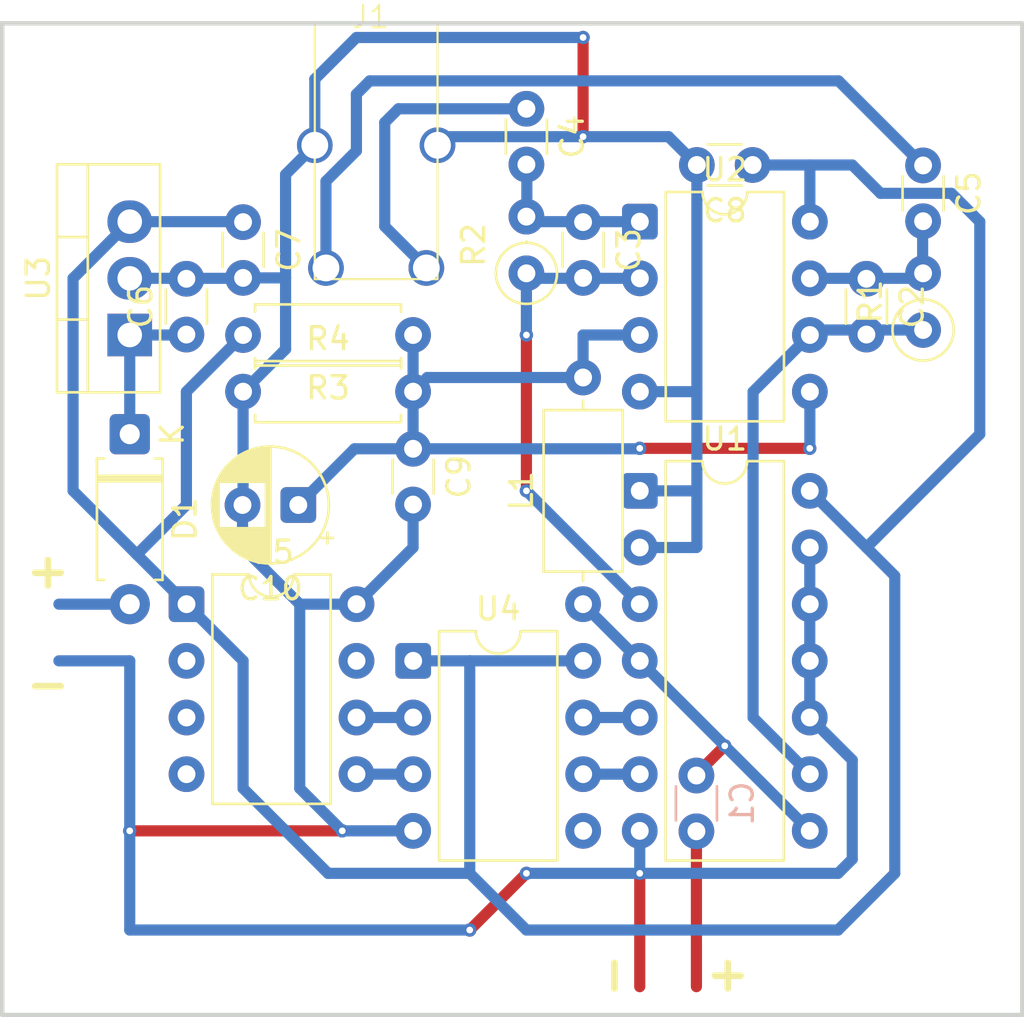
<source format=kicad_pcb>
(kicad_pcb (version 20241229) (generator "pcbnew") (generator_version "9.0")
  (layers (0 "F.Cu" signal) (2 "B.Cu" signal) (13 "F.Paste" user) (15 "B.Paste" user) (5 "F.SilkS" user "F.Silkscreen") (7 "B.SilkS" user "B.Silkscreen") (1 "F.Mask" user) (3 "B.Mask" user) (25 "Edge.Cuts" user))
  (net 0 "")
  (net 1 "Net-(C1-Pad2)")
  (net 2 "unconnected-(C1-Pad1)")
  (net 3 "Net-(U2A--)")
  (net 4 "Net-(C2-Pad1)")
  (net 5 "Net-(C3-Pad1)")
  (net 6 "Net-(U2B--)")
  (net 7 "Net-(C4-Pad1)")
  (net 8 "Net-(C5-Pad1)")
  (net 9 "Net-(D1-K)")
  (net 10 "GND")
  (net 11 "+5V")
  (net 12 "+2V5")
  (net 13 "unconnected-(D1-A-Pad2)")
  (net 14 "Net-(U4-SDA)")
  (net 15 "Net-(U4-SCL)")
  (net 20 "Net-(U4-CLK2)")
  (net 21 "Net-(U4-CLK1)")
  (footprint "Capacitor_THT:C_Disc_D3.0mm_W1.6mm_P2.50mm" (layer "F.Cu") (at 149.855 75.585 -90)
    (property "Reference" "C3" (at 1.25 -2.05 90) (layer "F.SilkS"))
    (property "Value" "330p")
    (fp_line (start 0.485 0.92) (end 2.015 0.92) (stroke (width 0.12)) (layer "F.SilkS"))
    (fp_line (start 0.485 -0.92) (end 2.015 -0.92) (stroke (width 0.12)) (layer "F.SilkS"))
    (pad "1" thru_hole circle (at 0 0 270) (size 1.6 1.6) (drill 0.8) (layers "*.Cu" "*.Mask") (net 5 "Net-(C3-Pad1)"))
    (pad "2" thru_hole circle (at 2.5 0 270) (size 1.6 1.6) (drill 0.8) (layers "*.Cu" "*.Mask") (net 3 "Net-(U2A--)"))
  )
  (footprint "Package_DIP:DIP-14_W7.62mm" (layer "F.Cu") (at 152.395 87.63)
    (property "Reference" "U1" (at 3.81 -2.33 0) (layer "F.SilkS"))
    (property "Value" "CD4066BE")
    (fp_line (start 1.16 -1.33) (end 1.16 16.57) (stroke (width 0.12)) (layer "F.SilkS"))
    (fp_line (start 1.16 16.57) (end 6.46 16.57) (stroke (width 0.12)) (layer "F.SilkS"))
    (fp_line (start 2.81 -1.33) (end 1.16 -1.33) (stroke (width 0.12)) (layer "F.SilkS"))
    (fp_line (start 6.46 -1.33) (end 4.81 -1.33) (stroke (width 0.12)) (layer "F.SilkS"))
    (fp_line (start 6.46 16.57) (end 6.46 -1.33) (stroke (width 0.12)) (layer "F.SilkS"))
    (fp_arc (start 4.81 -1.33) (mid 3.81 -0.33) (end 2.81 -1.33) (stroke (width 0.12)) (layer "F.SilkS"))
    (pad "1" thru_hole roundrect (at 0 0) (size 1.6 1.6) (drill 0.8) (layers "*.Cu" "*.Mask") (roundrect_rratio 0.15625) (net 10 "GND"))
    (pad "2" thru_hole circle (at 0 2.54) (size 1.6 1.6) (drill 0.8) (layers "*.Cu" "*.Mask") (net 10 "GND"))
    (pad "3" thru_hole circle (at 0 5.08) (size 1.6 1.6) (drill 0.8) (layers "*.Cu" "*.Mask") (net 3 "Net-(U2A--)"))
    (pad "4" thru_hole circle (at 0 7.62) (size 1.6 1.6) (drill 0.8) (layers "*.Cu" "*.Mask") (net 1 "Net-(C1-Pad2)"))
    (pad "5" thru_hole circle (at 0 10.16) (size 1.6 1.6) (drill 0.8) (layers "*.Cu" "*.Mask") (net 20 "Net-(U4-CLK2)"))
    (pad "6" thru_hole circle (at 0 12.7) (size 1.6 1.6) (drill 0.8) (layers "*.Cu" "*.Mask") (net 21 "Net-(U4-CLK1)"))
    (pad "7" thru_hole circle (at 0 15.24) (size 1.6 1.6) (drill 0.8) (layers "*.Cu" "*.Mask") (net 10 "GND"))
    (pad "8" thru_hole circle (at 7.62 15.24) (size 1.6 1.6) (drill 0.8) (layers "*.Cu" "*.Mask") (net 1 "Net-(C1-Pad2)"))
    (pad "9" thru_hole circle (at 7.62 12.7) (size 1.6 1.6) (drill 0.8) (layers "*.Cu" "*.Mask") (net 6 "Net-(U2B--)"))
    (pad "10" thru_hole circle (at 7.62 10.16) (size 1.6 1.6) (drill 0.8) (layers "*.Cu" "*.Mask") (net 10 "GND"))
    (pad "11" thru_hole circle (at 7.62 7.62) (size 1.6 1.6) (drill 0.8) (layers "*.Cu" "*.Mask") (net 10 "GND"))
    (pad "12" thru_hole circle (at 7.62 5.08) (size 1.6 1.6) (drill 0.8) (layers "*.Cu" "*.Mask") (net 10 "GND"))
    (pad "13" thru_hole circle (at 7.62 2.54) (size 1.6 1.6) (drill 0.8) (layers "*.Cu" "*.Mask") (net 10 "GND"))
    (pad "14" thru_hole circle (at 7.62 0) (size 1.6 1.6) (drill 0.8) (layers "*.Cu" "*.Mask") (net 11 "+5V"))
  )
  (footprint "Package_DIP:DIP-8_W7.62mm" (layer "F.Cu") (at 152.4 75.565)
    (property "Reference" "U2" (at 3.81 -2.33 0) (layer "F.SilkS"))
    (property "Value" "NJM4580")
    (fp_line (start 1.16 -1.33) (end 1.16 8.95) (stroke (width 0.12)) (layer "F.SilkS"))
    (fp_line (start 1.16 8.95) (end 6.46 8.95) (stroke (width 0.12)) (layer "F.SilkS"))
    (fp_line (start 2.81 -1.33) (end 1.16 -1.33) (stroke (width 0.12)) (layer "F.SilkS"))
    (fp_line (start 6.46 -1.33) (end 4.81 -1.33) (stroke (width 0.12)) (layer "F.SilkS"))
    (fp_line (start 6.46 8.95) (end 6.46 -1.33) (stroke (width 0.12)) (layer "F.SilkS"))
    (fp_arc (start 4.81 -1.33) (mid 3.81 -0.33) (end 2.81 -1.33) (stroke (width 0.12)) (layer "F.SilkS"))
    (pad "1" thru_hole roundrect (at 0 0) (size 1.6 1.6) (drill 0.8) (layers "*.Cu" "*.Mask") (roundrect_rratio 0.15625) (net 5 "Net-(C3-Pad1)"))
    (pad "2" thru_hole circle (at 0 2.54) (size 1.6 1.6) (drill 0.8) (layers "*.Cu" "*.Mask") (net 3 "Net-(U2A--)"))
    (pad "3" thru_hole circle (at 0 5.08) (size 1.6 1.6) (drill 0.8) (layers "*.Cu" "*.Mask") (net 12 "+2V5"))
    (pad "4" thru_hole circle (at 0 7.62) (size 1.6 1.6) (drill 0.8) (layers "*.Cu" "*.Mask") (net 10 "GND"))
    (pad "5" thru_hole circle (at 7.62 7.62) (size 1.6 1.6) (drill 0.8) (layers "*.Cu" "*.Mask") (net 12 "+2V5"))
    (pad "6" thru_hole circle (at 7.62 5.08) (size 1.6 1.6) (drill 0.8) (layers "*.Cu" "*.Mask") (net 6 "Net-(U2B--)"))
    (pad "7" thru_hole circle (at 7.62 2.54) (size 1.6 1.6) (drill 0.8) (layers "*.Cu" "*.Mask") (net 4 "Net-(C2-Pad1)"))
    (pad "8" thru_hole circle (at 7.62 0) (size 1.6 1.6) (drill 0.8) (layers "*.Cu" "*.Mask") (net 11 "+5V"))
  )
  (footprint "Capacitor_THT:CP_Radial_D5.0mm_P2.50mm" (layer "F.Cu") (at 137.090113 88.265 180)
    (property "Reference" "C10" (at 1.25 -3.75 0) (layer "F.SilkS"))
    (property "Value" "10u")
    (fp_line (start 3.85 -0.283) (end 3.85 0.283) (stroke (width 0.12)) (layer "F.SilkS"))
    (fp_line (start 3.81 -0.517) (end 3.81 0.517) (stroke (width 0.12)) (layer "F.SilkS"))
    (fp_line (start 3.77 -0.677) (end 3.77 0.677) (stroke (width 0.12)) (layer "F.SilkS"))
    (fp_line (start 3.73 -0.805) (end 3.73 0.805) (stroke (width 0.12)) (layer "F.SilkS"))
    (fp_line (start 3.69 -0.914) (end 3.69 0.914) (stroke (width 0.12)) (layer "F.SilkS"))
    (fp_line (start 3.65 -1.011) (end 3.65 1.011) (stroke (width 0.12)) (layer "F.SilkS"))
    (fp_line (start 3.61 -1.098) (end 3.61 1.098) (stroke (width 0.12)) (layer "F.SilkS"))
    (fp_line (start 3.57 -1.177) (end 3.57 1.177) (stroke (width 0.12)) (layer "F.SilkS"))
    (fp_line (start 3.53 1.04) (end 3.53 1.251) (stroke (width 0.12)) (layer "F.SilkS"))
    (fp_line (start 3.53 -1.251) (end 3.53 -1.04) (stroke (width 0.12)) (layer "F.SilkS"))
    (fp_line (start 3.49 1.04) (end 3.49 1.319) (stroke (width 0.12)) (layer "F.SilkS"))
    (fp_line (start 3.49 -1.319) (end 3.49 -1.04) (stroke (width 0.12)) (layer "F.SilkS"))
    (fp_line (start 3.45 1.04) (end 3.45 1.383) (stroke (width 0.12)) (layer "F.SilkS"))
    (fp_line (start 3.45 -1.383) (end 3.45 -1.04) (stroke (width 0.12)) (layer "F.SilkS"))
    (fp_line (start 3.41 1.04) (end 3.41 1.443) (stroke (width 0.12)) (layer "F.SilkS"))
    (fp_line (start 3.41 -1.443) (end 3.41 -1.04) (stroke (width 0.12)) (layer "F.SilkS"))
    (fp_line (start 3.37 1.04) (end 3.37 1.499) (stroke (width 0.12)) (layer "F.SilkS"))
    (fp_line (start 3.37 -1.499) (end 3.37 -1.04) (stroke (width 0.12)) (layer "F.SilkS"))
    (fp_line (start 3.33 1.04) (end 3.33 1.553) (stroke (width 0.12)) (layer "F.SilkS"))
    (fp_line (start 3.33 -1.553) (end 3.33 -1.04) (stroke (width 0.12)) (layer "F.SilkS"))
    (fp_line (start 3.29 1.04) (end 3.29 1.604) (stroke (width 0.12)) (layer "F.SilkS"))
    (fp_line (start 3.29 -1.604) (end 3.29 -1.04) (stroke (width 0.12)) (layer "F.SilkS"))
    (fp_line (start 3.25 1.04) (end 3.25 1.652) (stroke (width 0.12)) (layer "F.SilkS"))
    (fp_line (start 3.25 -1.652) (end 3.25 -1.04) (stroke (width 0.12)) (layer "F.SilkS"))
    (fp_line (start 3.21 1.04) (end 3.21 1.699) (stroke (width 0.12)) (layer "F.SilkS"))
    (fp_line (start 3.21 -1.699) (end 3.21 -1.04) (stroke (width 0.12)) (layer "F.SilkS"))
    (fp_line (start 3.17 1.04) (end 3.17 1.743) (stroke (width 0.12)) (layer "F.SilkS"))
    (fp_line (start 3.17 -1.743) (end 3.17 -1.04) (stroke (width 0.12)) (layer "F.SilkS"))
    (fp_line (start 3.13 1.04) (end 3.13 1.785) (stroke (width 0.12)) (layer "F.SilkS"))
    (fp_line (start 3.13 -1.785) (end 3.13 -1.04) (stroke (width 0.12)) (layer "F.SilkS"))
    (fp_line (start 3.09 1.04) (end 3.09 1.825) (stroke (width 0.12)) (layer "F.SilkS"))
    (fp_line (start 3.09 -1.825) (end 3.09 -1.04) (stroke (width 0.12)) (layer "F.SilkS"))
    (fp_line (start 3.05 1.04) (end 3.05 1.864) (stroke (width 0.12)) (layer "F.SilkS"))
    (fp_line (start 3.05 -1.864) (end 3.05 -1.04) (stroke (width 0.12)) (layer "F.SilkS"))
    (fp_line (start 3.01 1.04) (end 3.01 1.901) (stroke (width 0.12)) (layer "F.SilkS"))
    (fp_line (start 3.01 -1.901) (end 3.01 -1.04) (stroke (width 0.12)) (layer "F.SilkS"))
    (fp_line (start 2.97 1.04) (end 2.97 1.936) (stroke (width 0.12)) (layer "F.SilkS"))
    (fp_line (start 2.97 -1.936) (end 2.97 -1.04) (stroke (width 0.12)) (layer "F.SilkS"))
    (fp_line (start 2.93 1.04) (end 2.93 1.97) (stroke (width 0.12)) (layer "F.SilkS"))
    (fp_line (start 2.93 -1.97) (end 2.93 -1.04) (stroke (width 0.12)) (layer "F.SilkS"))
    (fp_line (start 2.89 1.04) (end 2.89 2.003) (stroke (width 0.12)) (layer "F.SilkS"))
    (fp_line (start 2.89 -2.003) (end 2.89 -1.04) (stroke (width 0.12)) (layer "F.SilkS"))
    (fp_line (start 2.85 1.04) (end 2.85 2.035) (stroke (width 0.12)) (layer "F.SilkS"))
    (fp_line (start 2.85 -2.035) (end 2.85 -1.04) (stroke (width 0.12)) (layer "F.SilkS"))
    (fp_line (start 2.81 1.04) (end 2.81 2.065) (stroke (width 0.12)) (layer "F.SilkS"))
    (fp_line (start 2.81 -2.065) (end 2.81 -1.04) (stroke (width 0.12)) (layer "F.SilkS"))
    (fp_line (start 2.77 1.04) (end 2.77 2.094) (stroke (width 0.12)) (layer "F.SilkS"))
    (fp_line (start 2.77 -2.094) (end 2.77 -1.04) (stroke (width 0.12)) (layer "F.SilkS"))
    (fp_line (start 2.73 1.04) (end 2.73 2.122) (stroke (width 0.12)) (layer "F.SilkS"))
    (fp_line (start 2.73 -2.122) (end 2.73 -1.04) (stroke (width 0.12)) (layer "F.SilkS"))
    (fp_line (start 2.69 1.04) (end 2.69 2.149) (stroke (width 0.12)) (layer "F.SilkS"))
    (fp_line (start 2.69 -2.149) (end 2.69 -1.04) (stroke (width 0.12)) (layer "F.SilkS"))
    (fp_line (start 2.65 1.04) (end 2.65 2.175) (stroke (width 0.12)) (layer "F.SilkS"))
    (fp_line (start 2.65 -2.175) (end 2.65 -1.04) (stroke (width 0.12)) (layer "F.SilkS"))
    (fp_line (start 2.61 1.04) (end 2.61 2.199) (stroke (width 0.12)) (layer "F.SilkS"))
    (fp_line (start 2.61 -2.199) (end 2.61 -1.04) (stroke (width 0.12)) (layer "F.SilkS"))
    (fp_line (start 2.57 1.04) (end 2.57 2.223) (stroke (width 0.12)) (layer "F.SilkS"))
    (fp_line (start 2.57 -2.223) (end 2.57 -1.04) (stroke (width 0.12)) (layer "F.SilkS"))
    (fp_line (start 2.53 1.04) (end 2.53 2.246) (stroke (width 0.12)) (layer "F.SilkS"))
    (fp_line (start 2.53 -2.246) (end 2.53 -1.04) (stroke (width 0.12)) (layer "F.SilkS"))
    (fp_line (start 2.49 1.04) (end 2.49 2.268) (stroke (width 0.12)) (layer "F.SilkS"))
    (fp_line (start 2.49 -2.268) (end 2.49 -1.04) (stroke (width 0.12)) (layer "F.SilkS"))
    (fp_line (start 2.45 1.04) (end 2.45 2.289) (stroke (width 0.12)) (layer "F.SilkS"))
    (fp_line (start 2.45 -2.289) (end 2.45 -1.04) (stroke (width 0.12)) (layer "F.SilkS"))
    (fp_line (start 2.41 1.04) (end 2.41 2.309) (stroke (width 0.12)) (layer "F.SilkS"))
    (fp_line (start 2.41 -2.309) (end 2.41 -1.04) (stroke (width 0.12)) (layer "F.SilkS"))
    (fp_line (start 2.37 1.04) (end 2.37 2.329) (stroke (width 0.12)) (layer "F.SilkS"))
    (fp_line (start 2.37 -2.329) (end 2.37 -1.04) (stroke (width 0.12)) (layer "F.SilkS"))
    (fp_line (start 2.33 1.04) (end 2.33 2.347) (stroke (width 0.12)) (layer "F.SilkS"))
    (fp_line (start 2.33 -2.347) (end 2.33 -1.04) (stroke (width 0.12)) (layer "F.SilkS"))
    (fp_line (start 2.29 1.04) (end 2.29 2.365) (stroke (width 0.12)) (layer "F.SilkS"))
    (fp_line (start 2.29 -2.365) (end 2.29 -1.04) (stroke (width 0.12)) (layer "F.SilkS"))
    (fp_line (start 2.25 1.04) (end 2.25 2.382) (stroke (width 0.12)) (layer "F.SilkS"))
    (fp_line (start 2.25 -2.382) (end 2.25 -1.04) (stroke (width 0.12)) (layer "F.SilkS"))
    (fp_line (start 2.21 1.04) (end 2.21 2.398) (stroke (width 0.12)) (layer "F.SilkS"))
    (fp_line (start 2.21 -2.398) (end 2.21 -1.04) (stroke (width 0.12)) (layer "F.SilkS"))
    (fp_line (start 2.17 1.04) (end 2.17 2.413) (stroke (width 0.12)) (layer "F.SilkS"))
    (fp_line (start 2.17 -2.413) (end 2.17 -1.04) (stroke (width 0.12)) (layer "F.SilkS"))
    (fp_line (start 2.13 1.04) (end 2.13 2.428) (stroke (width 0.12)) (layer "F.SilkS"))
    (fp_line (start 2.13 -2.428) (end 2.13 -1.04) (stroke (width 0.12)) (layer "F.SilkS"))
    (fp_line (start 2.09 1.04) (end 2.09 2.442) (stroke (width 0.12)) (layer "F.SilkS"))
    (fp_line (start 2.09 -2.442) (end 2.09 -1.04) (stroke (width 0.12)) (layer "F.SilkS"))
    (fp_line (start 2.05 1.04) (end 2.05 2.455) (stroke (width 0.12)) (layer "F.SilkS"))
    (fp_line (start 2.05 -2.455) (end 2.05 -1.04) (stroke (width 0.12)) (layer "F.SilkS"))
    (fp_line (start 2.01 1.04) (end 2.01 2.467) (stroke (width 0.12)) (layer "F.SilkS"))
    (fp_line (start 2.01 -2.467) (end 2.01 -1.04) (stroke (width 0.12)) (layer "F.SilkS"))
    (fp_line (start 1.97 1.04) (end 1.97 2.479) (stroke (width 0.12)) (layer "F.SilkS"))
    (fp_line (start 1.97 -2.479) (end 1.97 -1.04) (stroke (width 0.12)) (layer "F.SilkS"))
    (fp_line (start 1.93 1.04) (end 1.93 2.49) (stroke (width 0.12)) (layer "F.SilkS"))
    (fp_line (start 1.93 -2.49) (end 1.93 -1.04) (stroke (width 0.12)) (layer "F.SilkS"))
    (fp_line (start 1.89 1.04) (end 1.89 2.501) (stroke (width 0.12)) (layer "F.SilkS"))
    (fp_line (start 1.89 -2.501) (end 1.89 -1.04) (stroke (width 0.12)) (layer "F.SilkS"))
    (fp_line (start 1.85 1.04) (end 1.85 2.51) (stroke (width 0.12)) (layer "F.SilkS"))
    (fp_line (start 1.85 -2.51) (end 1.85 -1.04) (stroke (width 0.12)) (layer "F.SilkS"))
    (fp_line (start 1.81 1.04) (end 1.81 2.519) (stroke (width 0.12)) (layer "F.SilkS"))
    (fp_line (start 1.81 -2.519) (end 1.81 -1.04) (stroke (width 0.12)) (layer "F.SilkS"))
    (fp_line (start 1.77 1.04) (end 1.77 2.528) (stroke (width 0.12)) (layer "F.SilkS"))
    (fp_line (start 1.77 -2.528) (end 1.77 -1.04) (stroke (width 0.12)) (layer "F.SilkS"))
    (fp_line (start 1.73 1.04) (end 1.73 2.536) (stroke (width 0.12)) (layer "F.SilkS"))
    (fp_line (start 1.73 -2.536) (end 1.73 -1.04) (stroke (width 0.12)) (layer "F.SilkS"))
    (fp_line (start 1.69 1.04) (end 1.69 2.543) (stroke (width 0.12)) (layer "F.SilkS"))
    (fp_line (start 1.69 -2.543) (end 1.69 -1.04) (stroke (width 0.12)) (layer "F.SilkS"))
    (fp_line (start 1.65 1.04) (end 1.65 2.549) (stroke (width 0.12)) (layer "F.SilkS"))
    (fp_line (start 1.65 -2.549) (end 1.65 -1.04) (stroke (width 0.12)) (layer "F.SilkS"))
    (fp_line (start 1.61 1.04) (end 1.61 2.555) (stroke (width 0.12)) (layer "F.SilkS"))
    (fp_line (start 1.61 -2.555) (end 1.61 -1.04) (stroke (width 0.12)) (layer "F.SilkS"))
    (fp_line (start 1.57 1.04) (end 1.57 2.56) (stroke (width 0.12)) (layer "F.SilkS"))
    (fp_line (start 1.57 -2.56) (end 1.57 -1.04) (stroke (width 0.12)) (layer "F.SilkS"))
    (fp_line (start 1.53 1.04) (end 1.53 2.565) (stroke (width 0.12)) (layer "F.SilkS"))
    (fp_line (start 1.53 -2.565) (end 1.53 -1.04) (stroke (width 0.12)) (layer "F.SilkS"))
    (fp_line (start 1.49 1.04) (end 1.49 2.569) (stroke (width 0.12)) (layer "F.SilkS"))
    (fp_line (start 1.49 -2.569) (end 1.49 -1.04) (stroke (width 0.12)) (layer "F.SilkS"))
    (fp_line (start 1.45 -2.572) (end 1.45 2.572) (stroke (width 0.12)) (layer "F.SilkS"))
    (fp_line (start 1.41 -2.575) (end 1.41 2.575) (stroke (width 0.12)) (layer "F.SilkS"))
    (fp_line (start 1.37 -2.577) (end 1.37 2.577) (stroke (width 0.12)) (layer "F.SilkS"))
    (fp_line (start 1.33 -2.579) (end 1.33 2.579) (stroke (width 0.12)) (layer "F.SilkS"))
    (fp_line (start 1.29 -2.58) (end 1.29 2.58) (stroke (width 0.12)) (layer "F.SilkS"))
    (fp_line (start 1.25 -2.58) (end 1.25 2.58) (stroke (width 0.12)) (layer "F.SilkS"))
    (fp_line (start -1.304775 -1.725) (end -1.304775 -1.225) (stroke (width 0.12)) (layer "F.SilkS"))
    (fp_line (start -1.554775 -1.475) (end -1.054775 -1.475) (stroke (width 0.12)) (layer "F.SilkS"))
    (fp_circle (center 1.25 0) (end 3.87 0) (stroke (width 0.12)) (fill no) (layer "F.SilkS"))
    (pad "1" thru_hole roundrect (at 0 0 180) (size 1.6 1.6) (drill 0.8) (layers "*.Cu" "*.Mask") (roundrect_rratio 0.15625) (net 12 "+2V5"))
    (pad "2" thru_hole circle (at 2.5 0 180) (size 1.6 1.6) (drill 0.8) (layers "*.Cu" "*.Mask") (net 10 "GND"))
  )
  (footprint "Diode_THT:D_A-405_P7.62mm_Horizontal" (layer "F.Cu") (at 129.535 85.09 -90)
    (property "Reference" "D1" (at 3.81 -2.47 90) (layer "F.SilkS"))
    (property "Value" "1N4007")
    (fp_line (start 1.09 1.47) (end 6.53 1.47) (stroke (width 0.12)) (layer "F.SilkS"))
    (fp_line (start 6.53 1.47) (end 6.53 1.14) (stroke (width 0.12)) (layer "F.SilkS"))
    (fp_line (start 1.09 1.14) (end 1.09 1.47) (stroke (width 0.12)) (layer "F.SilkS"))
    (fp_line (start 1.09 -1.14) (end 1.09 -1.47) (stroke (width 0.12)) (layer "F.SilkS"))
    (fp_line (start 1.09 -1.47) (end 6.53 -1.47) (stroke (width 0.12)) (layer "F.SilkS"))
    (fp_line (start 1.87 -1.47) (end 1.87 1.47) (stroke (width 0.12)) (layer "F.SilkS"))
    (fp_line (start 1.99 -1.47) (end 1.99 1.47) (stroke (width 0.12)) (layer "F.SilkS"))
    (fp_line (start 2.11 -1.47) (end 2.11 1.47) (stroke (width 0.12)) (layer "F.SilkS"))
    (fp_line (start 6.53 -1.47) (end 6.53 -1.14) (stroke (width 0.12)) (layer "F.SilkS"))
    (fp_text user "K" (at 0 -1.9 90) (layer "F.SilkS"))
    (pad "1" thru_hole roundrect (at 0 0 270) (size 1.8 1.8) (drill 0.9) (layers "*.Cu" "*.Mask") (roundrect_rratio 0.138889) (net 9 "Net-(D1-K)"))
    (pad "2" thru_hole circle (at 7.62 0 270) (size 1.8 1.8) (drill 0.9) (layers "*.Cu" "*.Mask") (net 13 "unconnected-(D1-A-Pad2)"))
  )
  (footprint "Resistor_THT:R_Axial_DIN0207_L6.3mm_D2.5mm_P2.54mm_Vertical" (layer "F.Cu") (at 147.315 77.88 90)
    (property "Reference" "R2" (at 1.27 -2.37 90) (layer "F.SilkS"))
    (property "Value" "5.1k")
    (fp_line (start 1.37 0) (end 1.44 0) (stroke (width 0.12)) (layer "F.SilkS"))
    (fp_circle (center 0 0) (end 1.37 0) (stroke (width 0.12)) (fill no) (layer "F.SilkS"))
    (pad "1" thru_hole circle (at 0 0 90) (size 1.6 1.6) (drill 0.8) (layers "*.Cu" "*.Mask") (net 3 "Net-(U2A--)"))
    (pad "2" thru_hole circle (at 2.54 0 90) (size 1.6 1.6) (drill 0.8) (layers "*.Cu" "*.Mask") (net 5 "Net-(C3-Pad1)"))
  )
  (footprint "Library:2.5jack" (layer "F.Cu") (at 140.33 72.39)
    (property "Reference" "J1" (at 0 -6 0) (layer "F.SilkS") (effects (font (thickness 0.1))))
    (property "Value" "AudioJack2_Ground")
    (fp_rect (start -2.5 -5.75) (end 3 5.75) (stroke (width 0.1)) (fill no) (layer "F.SilkS"))
    (pad "G" thru_hole circle (at -2.5 -0.25) (size 1.6 1.6) (drill 1.2) (layers "*.Cu" "*.Mask") (net 10 "GND"))
    (pad "G" thru_hole circle (at 3 -0.25) (size 1.6 1.6) (drill 1.2) (layers "*.Cu" "*.Mask") (net 10 "GND"))
    (pad "S" thru_hole circle (at -2 5.25) (size 1.6 1.6) (drill 1.2) (layers "*.Cu" "*.Mask") (net 8 "Net-(C5-Pad1)"))
    (pad "T" thru_hole circle (at 2.5 5.25) (size 1.6 1.6) (drill 1.2) (layers "*.Cu" "*.Mask") (net 7 "Net-(C4-Pad1)"))
  )
  (footprint "Package_DIP:DIP-8_W7.62mm" (layer "F.Cu") (at 142.24 95.25)
    (property "Reference" "U4" (at 3.81 -2.33 0) (layer "F.SilkS"))
    (property "Value" "~")
    (fp_line (start 1.16 -1.33) (end 1.16 8.95) (stroke (width 0.12)) (layer "F.SilkS"))
    (fp_line (start 1.16 8.95) (end 6.46 8.95) (stroke (width 0.12)) (layer "F.SilkS"))
    (fp_line (start 2.81 -1.33) (end 1.16 -1.33) (stroke (width 0.12)) (layer "F.SilkS"))
    (fp_line (start 6.46 -1.33) (end 4.81 -1.33) (stroke (width 0.12)) (layer "F.SilkS"))
    (fp_line (start 6.46 8.95) (end 6.46 -1.33) (stroke (width 0.12)) (layer "F.SilkS"))
    (fp_arc (start 4.81 -1.33) (mid 3.81 -0.33) (end 2.81 -1.33) (stroke (width 0.12)) (layer "F.SilkS"))
    (pad "1" thru_hole roundrect (at 0 0) (size 1.6 1.6) (drill 0.8) (layers "*.Cu" "*.Mask") (roundrect_rratio 0.15625) (net 11 "+5V"))
    (pad "2" thru_hole circle (at 0 2.54) (size 1.6 1.6) (drill 0.8) (layers "*.Cu" "*.Mask") (net 15 "Net-(U4-SCL)"))
    (pad "3" thru_hole circle (at 0 5.08) (size 1.6 1.6) (drill 0.8) (layers "*.Cu" "*.Mask") (net 14 "Net-(U4-SDA)"))
    (pad "4" thru_hole circle (at 0 7.62) (size 1.6 1.6) (drill 0.8) (layers "*.Cu" "*.Mask") (net 10 "GND"))
    (pad "5" thru_hole circle (at 7.62 7.62) (size 1.6 1.6) (drill 0.8) (layers "*.Cu" "*.Mask"))
    (pad "6" thru_hole circle (at 7.62 5.08) (size 1.6 1.6) (drill 0.8) (layers "*.Cu" "*.Mask") (net 21 "Net-(U4-CLK1)"))
    (pad "7" thru_hole circle (at 7.62 2.54) (size 1.6 1.6) (drill 0.8) (layers "*.Cu" "*.Mask") (net 20 "Net-(U4-CLK2)"))
    (pad "8" thru_hole circle (at 7.62 0) (size 1.6 1.6) (drill 0.8) (layers "*.Cu" "*.Mask") (net 11 "+5V"))
  )
  (footprint "Capacitor_THT:C_Disc_D3.0mm_W1.6mm_P2.50mm" (layer "F.Cu") (at 147.315 70.505 -90)
    (property "Reference" "C4" (at 1.25 -2.05 90) (layer "F.SilkS"))
    (property "Value" "1u")
    (fp_line (start 0.485 0.92) (end 2.015 0.92) (stroke (width 0.12)) (layer "F.SilkS"))
    (fp_line (start 0.485 -0.92) (end 2.015 -0.92) (stroke (width 0.12)) (layer "F.SilkS"))
    (pad "1" thru_hole circle (at 0 0 270) (size 1.6 1.6) (drill 0.8) (layers "*.Cu" "*.Mask") (net 7 "Net-(C4-Pad1)"))
    (pad "2" thru_hole circle (at 2.5 0 270) (size 1.6 1.6) (drill 0.8) (layers "*.Cu" "*.Mask") (net 5 "Net-(C3-Pad1)"))
  )
  (footprint "Capacitor_THT:C_Disc_D3.0mm_W1.6mm_P2.50mm" (layer "F.Cu") (at 132.075 80.625 90)
    (property "Reference" "C6" (at 1.25 -2.05 90) (layer "F.SilkS"))
    (property "Value" "0.33u")
    (fp_line (start 0.485 -0.92) (end 2.015 -0.92) (stroke (width 0.12)) (layer "F.SilkS"))
    (fp_line (start 0.485 0.92) (end 2.015 0.92) (stroke (width 0.12)) (layer "F.SilkS"))
    (pad "1" thru_hole circle (at 0 0 90) (size 1.6 1.6) (drill 0.8) (layers "*.Cu" "*.Mask") (net 9 "Net-(D1-K)"))
    (pad "2" thru_hole circle (at 2.5 0 90) (size 1.6 1.6) (drill 0.8) (layers "*.Cu" "*.Mask") (net 10 "GND"))
  )
  (footprint "Resistor_THT:R_Axial_DIN0207_L6.3mm_D2.5mm_P2.54mm_Vertical" (layer "F.Cu") (at 165.095 80.42 90)
    (property "Reference" "R1" (at 1.27 -2.37 90) (layer "F.SilkS"))
    (property "Value" "5.1k")
    (fp_line (start 1.37 0) (end 1.44 0) (stroke (width 0.12)) (layer "F.SilkS"))
    (fp_circle (center 0 0) (end 1.37 0) (stroke (width 0.12)) (fill no) (layer "F.SilkS"))
    (pad "1" thru_hole circle (at 0 0 90) (size 1.6 1.6) (drill 0.8) (layers "*.Cu" "*.Mask") (net 6 "Net-(U2B--)"))
    (pad "2" thru_hole circle (at 2.54 0 90) (size 1.6 1.6) (drill 0.8) (layers "*.Cu" "*.Mask") (net 4 "Net-(C2-Pad1)"))
  )
  (footprint "Capacitor_THT:C_Disc_D3.0mm_W1.6mm_P2.50mm" (layer "F.Cu") (at 162.555 78.125 -90)
    (property "Reference" "C2" (at 1.25 -2.05 90) (layer "F.SilkS"))
    (property "Value" "330p")
    (fp_line (start 0.485 0.92) (end 2.015 0.92) (stroke (width 0.12)) (layer "F.SilkS"))
    (fp_line (start 0.485 -0.92) (end 2.015 -0.92) (stroke (width 0.12)) (layer "F.SilkS"))
    (pad "1" thru_hole circle (at 0 0 270) (size 1.6 1.6) (drill 0.8) (layers "*.Cu" "*.Mask") (net 4 "Net-(C2-Pad1)"))
    (pad "2" thru_hole circle (at 2.5 0 270) (size 1.6 1.6) (drill 0.8) (layers "*.Cu" "*.Mask") (net 6 "Net-(U2B--)"))
  )
  (footprint "Resistor_THT:R_Axial_DIN0207_L6.3mm_D2.5mm_P7.62mm_Horizontal" (layer "F.Cu") (at 134.615 83.185)
    (property "Reference" "R4" (at 3.81 -2.37 0) (layer "F.SilkS"))
    (property "Value" "2.2k")
    (fp_line (start 0.54 -1.37) (end 7.08 -1.37) (stroke (width 0.12)) (layer "F.SilkS"))
    (fp_line (start 0.54 -1.04) (end 0.54 -1.37) (stroke (width 0.12)) (layer "F.SilkS"))
    (fp_line (start 0.54 1.04) (end 0.54 1.37) (stroke (width 0.12)) (layer "F.SilkS"))
    (fp_line (start 0.54 1.37) (end 7.08 1.37) (stroke (width 0.12)) (layer "F.SilkS"))
    (fp_line (start 7.08 -1.37) (end 7.08 -1.04) (stroke (width 0.12)) (layer "F.SilkS"))
    (fp_line (start 7.08 1.37) (end 7.08 1.04) (stroke (width 0.12)) (layer "F.SilkS"))
    (pad "1" thru_hole circle (at 0 0) (size 1.6 1.6) (drill 0.8) (layers "*.Cu" "*.Mask") (net 10 "GND"))
    (pad "2" thru_hole circle (at 7.62 0) (size 1.6 1.6) (drill 0.8) (layers "*.Cu" "*.Mask") (net 12 "+2V5"))
  )
  (footprint "Package_TO_SOT_THT:TO-220-3_Vertical" (layer "F.Cu") (at 129.535 80.645 90)
    (property "Reference" "U3" (at 2.54 -4.1 90) (layer "F.SilkS"))
    (property "Value" "LM7805_TO220")
    (fp_line (start 7.65 -3.26) (end 7.65 1.36) (stroke (width 0.12)) (layer "F.SilkS"))
    (fp_line (start 4.39 -3.26) (end 4.39 -1.88) (stroke (width 0.12)) (layer "F.SilkS"))
    (fp_line (start 0.69 -3.26) (end 0.69 -1.88) (stroke (width 0.12)) (layer "F.SilkS"))
    (fp_line (start -2.57 -3.26) (end 7.65 -3.26) (stroke (width 0.12)) (layer "F.SilkS"))
    (fp_line (start -2.57 -3.26) (end -2.57 1.36) (stroke (width 0.12)) (layer "F.SilkS"))
    (fp_line (start -2.57 -1.88) (end 7.65 -1.88) (stroke (width 0.12)) (layer "F.SilkS"))
    (fp_line (start -2.57 1.36) (end 7.65 1.36) (stroke (width 0.12)) (layer "F.SilkS"))
    (pad "1" thru_hole rect (at 0 0 90) (size 1.905 2) (drill 1.1) (layers "*.Cu" "*.Mask") (net 9 "Net-(D1-K)"))
    (pad "2" thru_hole oval (at 2.54 0 90) (size 1.905 2) (drill 1.1) (layers "*.Cu" "*.Mask") (net 10 "GND"))
    (pad "3" thru_hole oval (at 5.08 0 90) (size 1.905 2) (drill 1.1) (layers "*.Cu" "*.Mask") (net 11 "+5V"))
  )
  (footprint "Inductor_THT:L_Axial_L7.0mm_D3.3mm_P10.16mm_Horizontal_Fastron_MICC" (layer "F.Cu") (at 149.855 92.71 90)
    (property "Reference" "L1" (at 5.08 -2.77 90) (layer "F.SilkS"))
    (property "Value" "10uH")
    (fp_line (start 9.12 0) (end 8.7 0) (stroke (width 0.12)) (layer "F.SilkS"))
    (fp_line (start 1.04 0) (end 1.46 0) (stroke (width 0.12)) (layer "F.SilkS"))
    (fp_rect (start 1.46 -1.77) (end 8.7 1.77) (stroke (width 0.12)) (fill no) (layer "F.SilkS"))
    (pad "1" thru_hole circle (at 0 0 90) (size 1.6 1.6) (drill 0.8) (layers "*.Cu" "*.Mask") (net 1 "Net-(C1-Pad2)"))
    (pad "2" thru_hole circle (at 10.16 0 90) (size 1.6 1.6) (drill 0.8) (layers "*.Cu" "*.Mask") (net 12 "+2V5"))
  )
  (footprint "Capacitor_THT:C_Disc_D3.0mm_W1.6mm_P2.50mm" (layer "F.Cu") (at 165.095 73.045 -90)
    (property "Reference" "C5" (at 1.25 -2.05 90) (layer "F.SilkS"))
    (property "Value" "1u")
    (fp_line (start 0.485 0.92) (end 2.015 0.92) (stroke (width 0.12)) (layer "F.SilkS"))
    (fp_line (start 0.485 -0.92) (end 2.015 -0.92) (stroke (width 0.12)) (layer "F.SilkS"))
    (pad "1" thru_hole circle (at 0 0 270) (size 1.6 1.6) (drill 0.8) (layers "*.Cu" "*.Mask") (net 8 "Net-(C5-Pad1)"))
    (pad "2" thru_hole circle (at 2.5 0 270) (size 1.6 1.6) (drill 0.8) (layers "*.Cu" "*.Mask") (net 4 "Net-(C2-Pad1)"))
  )
  (footprint "Resistor_THT:R_Axial_DIN0207_L6.3mm_D2.5mm_P7.62mm_Horizontal" (layer "F.Cu") (at 142.235 80.645 180)
    (property "Reference" "R3" (at 3.81 -2.37 0) (layer "F.SilkS"))
    (property "Value" "2.2k")
    (fp_line (start 7.08 1.37) (end 7.08 1.04) (stroke (width 0.12)) (layer "F.SilkS"))
    (fp_line (start 7.08 -1.37) (end 7.08 -1.04) (stroke (width 0.12)) (layer "F.SilkS"))
    (fp_line (start 0.54 1.37) (end 7.08 1.37) (stroke (width 0.12)) (layer "F.SilkS"))
    (fp_line (start 0.54 1.04) (end 0.54 1.37) (stroke (width 0.12)) (layer "F.SilkS"))
    (fp_line (start 0.54 -1.04) (end 0.54 -1.37) (stroke (width 0.12)) (layer "F.SilkS"))
    (fp_line (start 0.54 -1.37) (end 7.08 -1.37) (stroke (width 0.12)) (layer "F.SilkS"))
    (pad "1" thru_hole circle (at 0 0 180) (size 1.6 1.6) (drill 0.8) (layers "*.Cu" "*.Mask") (net 12 "+2V5"))
    (pad "2" thru_hole circle (at 7.62 0 180) (size 1.6 1.6) (drill 0.8) (layers "*.Cu" "*.Mask") (net 11 "+5V"))
  )
  (footprint "Capacitor_THT:C_Disc_D3.0mm_W1.6mm_P2.50mm" (layer "F.Cu") (at 157.455 73.025 180)
    (property "Reference" "C8" (at 1.25 -2.05 0) (layer "F.SilkS"))
    (property "Value" "0.1u")
    (fp_line (start 0.485 0.92) (end 2.015 0.92) (stroke (width 0.12)) (layer "F.SilkS"))
    (fp_line (start 0.485 -0.92) (end 2.015 -0.92) (stroke (width 0.12)) (layer "F.SilkS"))
    (pad "1" thru_hole circle (at 0 0 180) (size 1.6 1.6) (drill 0.8) (layers "*.Cu" "*.Mask") (net 11 "+5V"))
    (pad "2" thru_hole circle (at 2.5 0 180) (size 1.6 1.6) (drill 0.8) (layers "*.Cu" "*.Mask") (net 10 "GND"))
  )
  (footprint "Capacitor_THT:C_Disc_D3.0mm_W1.6mm_P2.50mm" (layer "F.Cu") (at 142.235 85.745 -90)
    (property "Reference" "C9" (at 1.25 -2.05 90) (layer "F.SilkS"))
    (property "Value" "0.1u")
    (fp_line (start 0.485 0.92) (end 2.015 0.92) (stroke (width 0.12)) (layer "F.SilkS"))
    (fp_line (start 0.485 -0.92) (end 2.015 -0.92) (stroke (width 0.12)) (layer "F.SilkS"))
    (pad "1" thru_hole circle (at 0 0 270) (size 1.6 1.6) (drill 0.8) (layers "*.Cu" "*.Mask") (net 12 "+2V5"))
    (pad "2" thru_hole circle (at 2.5 0 270) (size 1.6 1.6) (drill 0.8) (layers "*.Cu" "*.Mask") (net 10 "GND"))
  )
  (footprint "Capacitor_THT:C_Disc_D3.0mm_W1.6mm_P2.50mm" (layer "F.Cu") (at 134.615 75.585 -90)
    (property "Reference" "C7" (at 1.25 -2.05 90) (layer "F.SilkS"))
    (property "Value" "0.1u")
    (fp_line (start 0.485 0.92) (end 2.015 0.92) (stroke (width 0.12)) (layer "F.SilkS"))
    (fp_line (start 0.485 -0.92) (end 2.015 -0.92) (stroke (width 0.12)) (layer "F.SilkS"))
    (pad "1" thru_hole circle (at 0 0 270) (size 1.6 1.6) (drill 0.8) (layers "*.Cu" "*.Mask") (net 11 "+5V"))
    (pad "2" thru_hole circle (at 2.5 0 270) (size 1.6 1.6) (drill 0.8) (layers "*.Cu" "*.Mask") (net 10 "GND"))
  )
  (footprint "Package_DIP:DIP-8_W7.62mm" (layer "F.Cu") (at 132.08 92.71)
    (property "Reference" "U5" (at 3.81 -2.33 0) (layer "F.SilkS"))
    (property "Value" "PIC12F1822-xP")
    (fp_line (start 1.16 -1.33) (end 1.16 8.95) (stroke (width 0.12)) (layer "F.SilkS"))
    (fp_line (start 1.16 8.95) (end 6.46 8.95) (stroke (width 0.12)) (layer "F.SilkS"))
    (fp_line (start 2.81 -1.33) (end 1.16 -1.33) (stroke (width 0.12)) (layer "F.SilkS"))
    (fp_line (start 6.46 -1.33) (end 4.81 -1.33) (stroke (width 0.12)) (layer "F.SilkS"))
    (fp_line (start 6.46 8.95) (end 6.46 -1.33) (stroke (width 0.12)) (layer "F.SilkS"))
    (fp_arc (start 4.81 -1.33) (mid 3.81 -0.33) (end 2.81 -1.33) (stroke (width 0.12)) (layer "F.SilkS"))
    (pad "1" thru_hole roundrect (at 0 0) (size 1.6 1.6) (drill 0.8) (layers "*.Cu" "*.Mask") (roundrect_rratio 0.15625) (net 11 "+5V"))
    (pad "2" thru_hole circle (at 0 2.54) (size 1.6 1.6) (drill 0.8) (layers "*.Cu" "*.Mask"))
    (pad "3" thru_hole circle (at 0 5.08) (size 1.6 1.6) (drill 0.8) (layers "*.Cu" "*.Mask"))
    (pad "4" thru_hole circle (at 0 7.62) (size 1.6 1.6) (drill 0.8) (layers "*.Cu" "*.Mask"))
    (pad "5" thru_hole circle (at 7.62 7.62) (size 1.6 1.6) (drill 0.8) (layers "*.Cu" "*.Mask") (net 14 "Net-(U4-SDA)"))
    (pad "6" thru_hole circle (at 7.62 5.08) (size 1.6 1.6) (drill 0.8) (layers "*.Cu" "*.Mask") (net 15 "Net-(U4-SCL)"))
    (pad "7" thru_hole circle (at 7.62 2.54) (size 1.6 1.6) (drill 0.8) (layers "*.Cu" "*.Mask"))
    (pad "8" thru_hole circle (at 7.62 0) (size 1.6 1.6) (drill 0.8) (layers "*.Cu" "*.Mask") (net 10 "GND"))
  )
  (footprint "Capacitor_THT:C_Disc_D3.0mm_W1.6mm_P2.50mm" (layer "B.Cu") (at 154.935 102.89 90)
    (property "Reference" "C1" (at 1.25 2.05 90) (layer "B.SilkS") (effects (justify mirror)))
    (property "Value" "1000p")
    (fp_line (start 0.485 -0.92) (end 2.015 -0.92) (stroke (width 0.12)) (layer "B.SilkS"))
    (fp_line (start 0.485 0.92) (end 2.015 0.92) (stroke (width 0.12)) (layer "B.SilkS"))
    (pad "1" thru_hole circle (at 0 0 90) (size 1.6 1.6) (drill 0.8) (layers "*.Cu" "*.Mask") (net 2 "unconnected-(C1-Pad1)"))
    (pad "2" thru_hole circle (at 2.5 0 90) (size 1.6 1.6) (drill 0.8) (layers "*.Cu" "*.Mask") (net 1 "Net-(C1-Pad2)"))
  )
  (gr_rect (start 123.82 66.675) (end 169.54 111.125) (stroke (width 0.2)) (fill no) (layer "Edge.Cuts"))
  (gr_text "-" (at 126.995 97.155 0) (layer "F.SilkS") (effects (font (size 1.5 1.5) (thickness 0.3) (bold yes)) (justify left bottom mirror)))
  (gr_text "+" (at 155.57 110.49 270) (layer "F.SilkS") (effects (font (size 1.5 1.5) (thickness 0.3) (bold yes)) (justify left bottom mirror)))
  (gr_text "-" (at 150.49 110.49 270) (layer "F.SilkS") (effects (font (size 1.5 1.5) (thickness 0.3) (bold yes)) (justify left bottom mirror)))
  (gr_text "+" (at 126.995 92.075 0) (layer "F.SilkS") (effects (font (size 1.5 1.5) (thickness 0.3) (bold yes)) (justify left bottom mirror)))
  (segment (start 154.935 100.33) (end 156.205 99.06) (width 0.5) (layer "F.Cu") (net 1))
  (segment (start 154.935 100.39) (end 154.935 100.33) (width 0.5) (layer "F.Cu") (net 1))
  (via (at 156.205 99.06) (size 0.6) (drill 0.3) (layers "F.Cu" "B.Cu") (net 1))
  (segment (start 149.855 92.71) (end 152.395 95.25) (width 0.5) (layer "B.Cu") (net 1))
  (segment (start 156.205 99.06) (end 160.015 102.87) (width 0.5) (layer "B.Cu") (net 1))
  (segment (start 152.395 95.25) (end 156.205 99.06) (width 0.5) (layer "B.Cu") (net 1))
  (segment (start 154.935 102.89) (end 154.935 109.855) (width 0.5) (layer "F.Cu") (net 2))
  (segment (start 147.315 87.63) (end 147.315 80.645) (width 0.5) (layer "F.Cu") (net 3))
  (via (at 147.315 80.645) (size 0.6) (drill 0.3) (layers "F.Cu" "B.Cu") (net 3))
  (via (at 147.315 87.63) (size 0.6) (drill 0.3) (layers "F.Cu" "B.Cu") (net 3))
  (segment (start 152.395 92.71) (end 147.315 87.63) (width 0.5) (layer "B.Cu") (net 3))
  (segment (start 147.315 80.645) (end 147.315 77.88) (width 0.5) (layer "B.Cu") (net 3))
  (segment (start 152.4 78.105) (end 147.54 78.105) (width 0.5) (layer "B.Cu") (net 3))
  (segment (start 147.54 78.105) (end 147.315 77.88) (width 0.5) (layer "B.Cu") (net 3))
  (segment (start 164.87 78.105) (end 165.095 77.88) (width 0.5) (layer "B.Cu") (net 4))
  (segment (start 160.02 78.105) (end 164.87 78.105) (width 0.5) (layer "B.Cu") (net 4))
  (segment (start 165.075 75.565) (end 165.075 77.86) (width 0.5) (layer "B.Cu") (net 4))
  (segment (start 165.075 77.86) (end 165.095 77.88) (width 0.5) (layer "B.Cu") (net 4))
  (segment (start 147.335 73.025) (end 147.335 75.32) (width 0.5) (layer "B.Cu") (net 5))
  (segment (start 152.4 75.565) (end 147.54 75.565) (width 0.5) (layer "B.Cu") (net 5))
  (segment (start 147.54 75.565) (end 147.315 75.34) (width 0.5) (layer "B.Cu") (net 5))
  (segment (start 147.335 75.32) (end 147.315 75.34) (width 0.5) (layer "B.Cu") (net 5))
  (segment (start 165.095 80.42) (end 160.245 80.42) (width 0.5) (layer "B.Cu") (net 6))
  (segment (start 157.475 97.79) (end 157.475 83.19) (width 0.5) (layer "B.Cu") (net 6))
  (segment (start 157.475 83.19) (end 160.02 80.645) (width 0.5) (layer "B.Cu") (net 6))
  (segment (start 160.245 80.42) (end 160.02 80.645) (width 0.5) (layer "B.Cu") (net 6))
  (segment (start 160.015 100.33) (end 157.475 97.79) (width 0.5) (layer "B.Cu") (net 6))
  (segment (start 140.965 75.775) (end 140.965 71.12) (width 0.5) (layer "B.Cu") (net 7))
  (segment (start 141.58 70.505) (end 147.315 70.505) (width 0.5) (layer "B.Cu") (net 7))
  (segment (start 140.965 71.12) (end 141.58 70.505) (width 0.5) (layer "B.Cu") (net 7))
  (segment (start 142.83 77.64) (end 140.965 75.775) (width 0.5) (layer "B.Cu") (net 7))
  (segment (start 139.695 72.39) (end 138.33 73.755) (width 0.5) (layer "B.Cu") (net 8))
  (segment (start 139.695 69.85) (end 139.695 72.39) (width 0.5) (layer "B.Cu") (net 8))
  (segment (start 165.095 73.045) (end 161.304 69.254) (width 0.5) (layer "B.Cu") (net 8))
  (segment (start 161.304 69.254) (end 140.291 69.254) (width 0.5) (layer "B.Cu") (net 8))
  (segment (start 140.291 69.254) (end 139.695 69.85) (width 0.5) (layer "B.Cu") (net 8))
  (segment (start 138.33 73.755) (end 138.33 77.64) (width 0.5) (layer "B.Cu") (net 8))
  (segment (start 129.535 85.09) (end 129.535 80.645) (width 0.5) (layer "B.Cu") (net 9))
  (segment (start 132.055 80.645) (end 132.075 80.625) (width 0.5) (layer "B.Cu") (net 9))
  (segment (start 129.535 80.645) (end 132.055 80.645) (width 0.5) (layer "B.Cu") (net 9))
  (segment (start 144.775 107.315) (end 147.315 104.775) (width 0.5) (layer "F.Cu") (net 10))
  (segment (start 149.855 71.755) (end 149.855 67.31) (width 0.5) (layer "F.Cu") (net 10))
  (segment (start 139.06 102.87) (end 129.535 102.87) (width 0.5) (layer "F.Cu") (net 10))
  (segment (start 152.395 104.775) (end 152.395 109.855) (width 0.5) (layer "F.Cu") (net 10))
  (via (at 129.535 102.87) (size 0.6) (drill 0.3) (layers "F.Cu" "B.Cu") (net 10))
  (via (at 152.395 104.775) (size 0.6) (drill 0.3) (layers "F.Cu" "B.Cu") (net 10))
  (via (at 149.855 71.755) (size 0.6) (drill 0.3) (layers "F.Cu" "B.Cu") (net 10))
  (via (at 144.775 107.315) (size 0.6) (drill 0.3) (layers "F.Cu" "B.Cu") (net 10))
  (via (at 149.855 67.31) (size 0.6) (drill 0.3) (layers "F.Cu" "B.Cu") (net 10))
  (via (at 147.315 104.775) (size 0.6) (drill 0.3) (layers "F.Cu" "B.Cu") (net 10))
  (via (at 139.06 102.87) (size 0.6) (drill 0.3) (layers "F.Cu" "B.Cu") (net 10))
  (segment (start 152.395 104.775) (end 161.285 104.775) (width 0.5) (layer "B.Cu") (net 10))
  (segment (start 134.615 83.185) (end 136.52 81.28) (width 0.5) (layer "B.Cu") (net 10))
  (segment (start 152.4 90.165) (end 152.395 90.17) (width 0.5) (layer "B.Cu") (net 10))
  (segment (start 137.155 100.965) (end 137.155 92.71) (width 0.5) (layer "B.Cu") (net 10))
  (segment (start 129.535 102.87) (end 129.535 107.315) (width 0.5) (layer "B.Cu") (net 10))
  (segment (start 139.7 92.71) (end 139.7 92.705) (width 0.5) (layer "B.Cu") (net 10))
  (segment (start 136.52 81.28) (end 136.52 78.085) (width 0.5) (layer "B.Cu") (net 10))
  (segment (start 154.955 83.185) (end 154.955 87.63) (width 0.5) (layer "B.Cu") (net 10))
  (segment (start 134.590113 88.265) (end 134.590113 90.145113) (width 0.5) (layer "B.Cu") (net 10))
  (segment (start 154.955 73.025) (end 154.955 83.185) (width 0.5) (layer "B.Cu") (net 10))
  (segment (start 160.015 90.17) (end 160.015 97.79) (width 0.5) (layer "B.Cu") (net 10))
  (segment (start 137.83 69.175) (end 137.83 72.14) (width 0.5) (layer "B.Cu") (net 10))
  (segment (start 139.06 102.87) (end 137.155 100.965) (width 0.5) (layer "B.Cu") (net 10))
  (segment (start 153.685 71.755) (end 149.855 71.755) (width 0.5) (layer "B.Cu") (net 10))
  (segment (start 152.4 83.185) (end 154.955 83.185) (width 0.5) (layer "B.Cu") (net 10))
  (segment (start 142.235 90.17) (end 142.235 88.245) (width 0.5) (layer "B.Cu") (net 10))
  (segment (start 129.535 102.87) (end 129.535 95.25) (width 0.5) (layer "B.Cu") (net 10))
  (segment (start 143.715 71.755) (end 143.33 72.14) (width 0.5) (layer "B.Cu") (net 10))
  (segment (start 134.595 78.105) (end 134.615 78.085) (width 0.5) (layer "B.Cu") (net 10))
  (segment (start 154.955 87.63) (end 154.955 90.15) (width 0.5) (layer "B.Cu") (net 10))
  (segment (start 136.52 73.45) (end 137.83 72.14) (width 0.5) (layer "B.Cu") (net 10))
  (segment (start 161.92 99.695) (end 160.015 97.79) (width 0.5) (layer "B.Cu") (net 10))
  (segment (start 161.92 104.14) (end 161.92 99.695) (width 0.5) (layer "B.Cu") (net 10))
  (segment (start 147.315 104.775) (end 152.395 104.775) (width 0.5) (layer "B.Cu") (net 10))
  (segment (start 142.24 102.87) (end 139.06 102.87) (width 0.5) (layer "B.Cu") (net 10))
  (segment (start 161.285 104.775) (end 161.92 104.14) (width 0.5) (layer "B.Cu") (net 10))
  (segment (start 149.855 67.31) (end 139.695 67.31) (width 0.5) (layer "B.Cu") (net 10))
  (segment (start 129.535 107.315) (end 144.775 107.315) (width 0.5) (layer "B.Cu") (net 10))
  (segment (start 129.535 95.25) (end 126.36 95.25) (width 0.5) (layer "B.Cu") (net 10))
  (segment (start 154.955 73.025) (end 153.685 71.755) (width 0.5) (layer "B.Cu") (net 10))
  (segment (start 154.935 90.17) (end 152.395 90.17) (width 0.5) (layer "B.Cu") (net 10))
  (segment (start 134.615 83.185) (end 134.615 88.240113) (width 0.5) (layer "B.Cu") (net 10))
  (segment (start 152.395 87.63) (end 154.955 87.63) (width 0.5) (layer "B.Cu") (net 10))
  (segment (start 136.52 78.085) (end 136.52 73.45) (width 0.5) (layer "B.Cu") (net 10))
  (segment (start 139.7 92.705) (end 142.235 90.17) (width 0.5) (layer "B.Cu") (net 10))
  (segment (start 152.395 102.87) (end 152.395 104.775) (width 0.5) (layer "B.Cu") (net 10))
  (segment (start 134.615 88.240113) (end 134.590113 88.265) (width 0.5) (layer "B.Cu") (net 10))
  (segment (start 154.955 90.15) (end 154.935 90.17) (width 0.5) (layer "B.Cu") (net 10))
  (segment (start 137.155 92.71) (end 139.7 92.71) (width 0.5) (layer "B.Cu") (net 10))
  (segment (start 129.535 78.105) (end 134.595 78.105) (width 0.5) (layer "B.Cu") (net 10))
  (segment (start 134.590113 90.145113) (end 137.155 92.71) (width 0.5) (layer "B.Cu") (net 10))
  (segment (start 149.855 71.755) (end 143.715 71.755) (width 0.5) (layer "B.Cu") (net 10))
  (segment (start 134.615 78.085) (end 136.52 78.085) (width 0.5) (layer "B.Cu") (net 10))
  (segment (start 139.695 67.31) (end 137.83 69.175) (width 0.5) (layer "B.Cu") (net 10))
  (segment (start 134.615 95.245) (end 134.615 100.965) (width 0.5) (layer "B.Cu") (net 11))
  (segment (start 134.615 80.645) (end 132.075 83.185) (width 0.5) (layer "B.Cu") (net 11))
  (segment (start 160.02 73.03) (end 160.015 73.025) (width 0.5) (layer "B.Cu") (net 11))
  (segment (start 157.455 73.025) (end 160.015 73.025) (width 0.5) (layer "B.Cu") (net 11))
  (segment (start 161.285 107.315) (end 147.315 107.315) (width 0.5) (layer "B.Cu") (net 11))
  (segment (start 161.92 73.025) (end 160.025 73.025) (width 0.5) (layer "B.Cu") (net 11))
  (segment (start 149.86 95.25) (end 144.775 95.25) (width 0.5) (layer "B.Cu") (net 11))
  (segment (start 129.855 90.485) (end 126.995 87.625) (width 0.5) (layer "B.Cu") (net 11))
  (segment (start 160.02 75.565) (end 160.02 73.03) (width 0.5) (layer "B.Cu") (net 11))
  (segment (start 129.535 75.565) (end 134.595 75.565) (width 0.5) (layer "B.Cu") (net 11))
  (segment (start 126.995 78.105) (end 129.535 75.565) (width 0.5) (layer "B.Cu") (net 11))
  (segment (start 132.075 83.185) (end 132.075 88.265) (width 0.5) (layer "B.Cu") (net 11))
  (segment (start 163.825 104.775) (end 161.285 107.315) (width 0.5) (layer "B.Cu") (net 11))
  (segment (start 160.015 87.63) (end 162.555 90.17) (width 0.5) (layer "B.Cu") (net 11))
  (segment (start 163.825 91.44) (end 163.825 104.775) (width 0.5) (layer "B.Cu") (net 11))
  (segment (start 147.315 107.315) (end 144.775 104.775) (width 0.5) (layer "B.Cu") (net 11))
  (segment (start 166.365 74.295) (end 163.19 74.295) (width 0.5) (layer "B.Cu") (net 11))
  (segment (start 134.595 75.565) (end 134.615 75.585) (width 0.5) (layer "B.Cu") (net 11))
  (segment (start 126.995 87.625) (end 126.995 78.105) (width 0.5) (layer "B.Cu") (net 11))
  (segment (start 163.19 74.295) (end 161.92 73.025) (width 0.5) (layer "B.Cu") (net 11))
  (segment (start 162.555 90.17) (end 167.635 85.09) (width 0.5) (layer "B.Cu") (net 11))
  (segment (start 132.075 88.265) (end 129.855 90.485) (width 0.5) (layer "B.Cu") (net 11))
  (segment (start 132.08 92.71) (end 134.615 95.245) (width 0.5) (layer "B.Cu") (net 11))
  (segment (start 167.635 75.565) (end 166.365 74.295) (width 0.5) (layer "B.Cu") (net 11))
  (segment (start 144.775 104.775) (end 144.775 95.25) (width 0.5) (layer "B.Cu") (net 11))
  (segment (start 144.775 95.25) (end 142.24 95.25) (width 0.5) (layer "B.Cu") (net 11))
  (segment (start 132.08 92.71) (end 129.855 90.485) (width 0.5) (layer "B.Cu") (net 11))
  (segment (start 160.025 73.025) (end 160.02 73.03) (width 0.5) (layer "B.Cu") (net 11))
  (segment (start 162.555 90.17) (end 163.825 91.44) (width 0.5) (layer "B.Cu") (net 11))
  (segment (start 167.635 85.09) (end 167.635 75.565) (width 0.5) (layer "B.Cu") (net 11))
  (segment (start 138.425 104.775) (end 144.775 104.775) (width 0.5) (layer "B.Cu") (net 11))
  (segment (start 134.615 100.965) (end 138.425 104.775) (width 0.5) (layer "B.Cu") (net 11))
  (segment (start 160.015 85.725) (end 152.395 85.725) (width 0.5) (layer "F.Cu") (net 12))
  (via (at 152.395 85.725) (size 0.6) (drill 0.3) (layers "F.Cu" "B.Cu") (net 12))
  (via (at 160.015 85.725) (size 0.6) (drill 0.3) (layers "F.Cu" "B.Cu") (net 12))
  (segment (start 142.235 80.645) (end 142.235 85.745) (width 0.5) (layer "B.Cu") (net 12))
  (segment (start 149.855 82.55) (end 149.855 80.645) (width 0.5) (layer "B.Cu") (net 12))
  (segment (start 142.235 85.745) (end 139.610113 85.745) (width 0.5) (layer "B.Cu") (net 12))
  (segment (start 152.395 85.725) (end 152.375 85.745) (width 0.5) (layer "B.Cu") (net 12))
  (segment (start 160.02 83.185) (end 160.02 85.72) (width 0.5) (layer "B.Cu") (net 12))
  (segment (start 149.855 80.645) (end 152.4 80.645) (width 0.5) (layer "B.Cu") (net 12))
  (segment (start 149.855 82.55) (end 142.87 82.55) (width 0.5) (layer "B.Cu") (net 12))
  (segment (start 142.87 82.55) (end 142.235 83.185) (width 0.5) (layer "B.Cu") (net 12))
  (segment (start 152.375 85.745) (end 142.235 85.745) (width 0.5) (layer "B.Cu") (net 12))
  (segment (start 139.610113 85.745) (end 137.090113 88.265) (width 0.5) (layer "B.Cu") (net 12))
  (segment (start 160.02 85.72) (end 160.015 85.725) (width 0.5) (layer "B.Cu") (net 12))
  (segment (start 129.535 92.71) (end 126.36 92.71) (width 0.5) (layer "B.Cu") (net 13))
  (segment (start 139.7 100.33) (end 142.24 100.33) (width 0.5) (layer "B.Cu") (net 14))
  (segment (start 139.7 97.79) (end 142.24 97.79) (width 0.5) (layer "B.Cu") (net 15))
  (segment (start 149.86 97.79) (end 152.395 97.79) (width 0.5) (layer "B.Cu") (net 20))
  (segment (start 149.86 100.33) (end 152.395 100.33) (width 0.5) (layer "B.Cu") (net 21))
)
</source>
